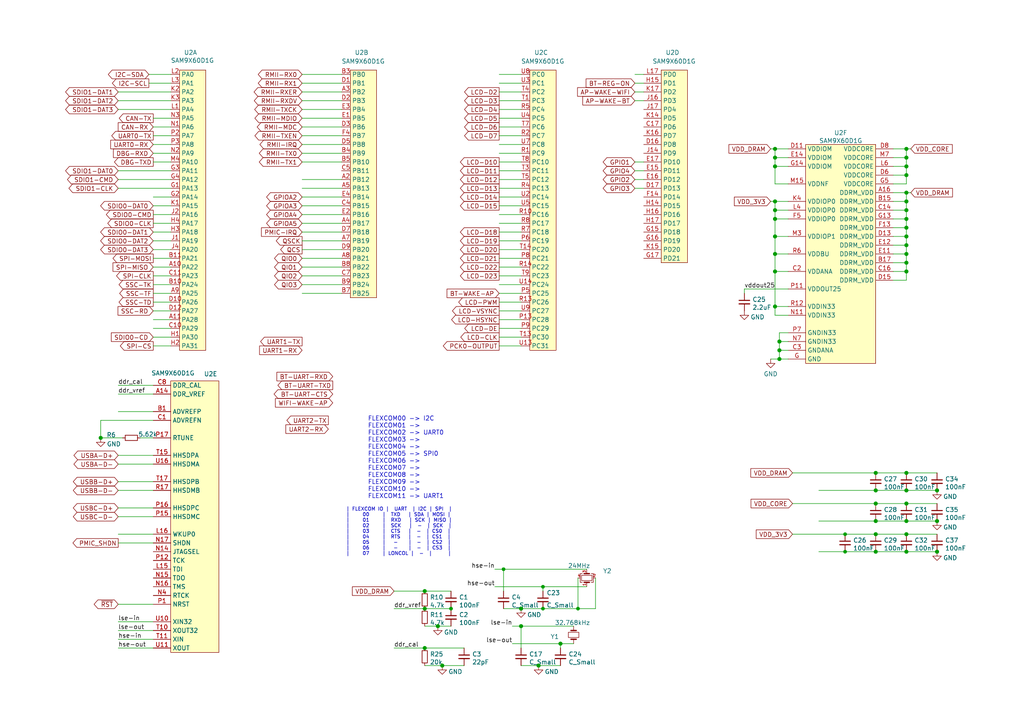
<source format=kicad_sch>
(kicad_sch (version 20250114) (generator "eeschema") (generator_version "9.0")
  (paper "A4")
  (text "| FLEXCOM IO |  UART  | I2C | SPI  |\n|     00     |  TXD   | SDA | MOSI |\n|     01     |  RXD   | SCK | MISO |\n|     02     |  SCK   |  -  | SCK  |\n|     03     |  CTS   |  -  | CS0  |\n|     04     |  RTS   |  -  | CS1  |\n|     05     |   -    |  -  | CS2  |\n|     06     |   -    |  -  | CS3  |\n|     07     | LONCOL |  -  |      |" (at 100.33 161.29 0) (effects (font (size 1 1)) (justify left bottom)))
  (text "FLEXCOM00 -> I2C\nFLEXCOM01 -> \nFLEXCOM02 -> UART0\nFLEXCOM03 -> \nFLEXCOM04 -> \nFLEXCOM05 -> SPI0\nFLEXCOM06 -> \nFLEXCOM07 -> \nFLEXCOM08 -> \nFLEXCOM09 -> \nFLEXCOM10 -> \nFLEXCOM11 -> UART1" (at 106.68 144.78 0) (effects (font (size 1.27 1.27)) (justify left bottom)))
  (junction (at 127 181.61) (diameter 1.016))
  (junction (at 262.89 50.8) (diameter 1.016))
  (junction (at 146.05 165.1))
  (junction (at 262.89 151.13) (diameter 1.016))
  (junction (at 157.48 176.53))
  (junction (at 226.06 99.06) (diameter 1.016))
  (junction (at 262.89 66.04) (diameter 1.016))
  (junction (at 226.06 101.6) (diameter 1.016))
  (junction (at 262.89 142.24) (diameter 1.016))
  (junction (at 128.27 193.04) (diameter 1.016))
  (junction (at 245.11 160.02))
  (junction (at 224.79 45.72) (diameter 1.016))
  (junction (at 262.89 60.96) (diameter 1.016))
  (junction (at 224.79 48.26) (diameter 1.016))
  (junction (at 123.19 187.96) (diameter 1.016))
  (junction (at 262.89 78.74) (diameter 1.016))
  (junction (at 224.79 78.74) (diameter 1.016))
  (junction (at 262.89 160.02) (diameter 1.016))
  (junction (at 262.89 73.66) (diameter 1.016))
  (junction (at 157.48 170.18))
  (junction (at 224.79 60.96) (diameter 1.016))
  (junction (at 262.89 55.88) (diameter 1.016))
  (junction (at 254 151.13) (diameter 1.016))
  (junction (at 156.21 193.04) (diameter 1.016))
  (junction (at 262.89 43.18) (diameter 1.016))
  (junction (at 151.13 181.61) (diameter 1.016))
  (junction (at 262.89 63.5) (diameter 1.016))
  (junction (at 262.89 71.12) (diameter 1.016))
  (junction (at 254 137.16) (diameter 1.016))
  (junction (at 151.13 176.53) (diameter 1.016))
  (junction (at 262.89 45.72) (diameter 1.016))
  (junction (at 271.78 160.02) (diameter 1.016))
  (junction (at 262.89 76.2) (diameter 1.016))
  (junction (at 130.81 176.53))
  (junction (at 245.11 154.94))
  (junction (at 226.06 104.14) (diameter 1.016))
  (junction (at 254 146.05) (diameter 1.016))
  (junction (at 224.79 43.18) (diameter 1.016))
  (junction (at 224.79 88.9) (diameter 1.016))
  (junction (at 262.89 58.42) (diameter 1.016))
  (junction (at 254 154.94) (diameter 1.016))
  (junction (at 123.19 176.53) (diameter 1.016))
  (junction (at 271.78 142.24) (diameter 1.016))
  (junction (at 167.64 176.53))
  (junction (at 262.89 68.58) (diameter 1.016))
  (junction (at 162.56 186.69) (diameter 1.016))
  (junction (at 271.78 151.13) (diameter 1.016))
  (junction (at 254 160.02) (diameter 1.016))
  (junction (at 29.21 127) (diameter 1.016))
  (junction (at 262.89 48.26) (diameter 1.016))
  (junction (at 224.79 58.42) (diameter 1.016))
  (junction (at 254 142.24) (diameter 1.016))
  (junction (at 224.79 63.5) (diameter 1.016))
  (junction (at 123.19 171.45) (diameter 1.016))
  (junction (at 224.79 68.58) (diameter 1.016))
  (junction (at 262.89 146.05) (diameter 1.016))
  (junction (at 262.89 137.16) (diameter 1.016))
  (junction (at 262.89 154.94) (diameter 1.016))
  (junction (at 224.79 73.66) (diameter 1.016))
  (wire (pts (xy 259.08 71.12) (xy 262.89 71.12)))
  (wire (pts (xy 237.49 160.02) (xy 245.11 160.02)))
  (wire (pts (xy 224.79 63.5) (xy 224.79 60.96)))
  (wire (pts (xy 144.78 100.33) (xy 151.13 100.33)))
  (wire (pts (xy 254 146.05) (xy 262.89 146.05)))
  (wire (pts (xy 262.89 76.2) (xy 262.89 78.74)))
  (wire (pts (xy 224.79 73.66) (xy 224.79 68.58)))
  (wire (pts (xy 184.15 21.59) (xy 186.69 21.59)))
  (wire (pts (xy 87.63 82.55) (xy 99.06 82.55)))
  (wire (pts (xy 228.6 68.58) (xy 224.79 68.58)))
  (wire (pts (xy 184.15 54.61) (xy 186.69 54.61)))
  (wire (pts (xy 224.79 73.66) (xy 228.6 73.66)))
  (wire (pts (xy 262.89 160.02) (xy 271.78 160.02)))
  (wire (pts (xy 44.45 67.31) (xy 49.53 67.31)))
  (wire (pts (xy 259.08 50.8) (xy 262.89 50.8)))
  (wire (pts (xy 262.89 146.05) (xy 271.78 146.05)))
  (wire (pts (xy 34.29 147.32) (xy 44.45 147.32)))
  (wire (pts (xy 259.08 66.04) (xy 262.89 66.04)))
  (wire (pts (xy 226.06 99.06) (xy 226.06 101.6)))
  (wire (pts (xy 228.6 88.9) (xy 224.79 88.9)))
  (wire (pts (xy 87.63 67.31) (xy 99.06 67.31)))
  (wire (pts (xy 228.6 63.5) (xy 224.79 63.5)))
  (wire (pts (xy 262.89 55.88) (xy 264.16 55.88)))
  (wire (pts (xy 44.45 36.83) (xy 49.53 36.83)))
  (wire (pts (xy 228.6 78.74) (xy 224.79 78.74)))
  (wire (pts (xy 259.08 73.66) (xy 262.89 73.66)))
  (wire (pts (xy 229.87 146.05) (xy 254 146.05)))
  (wire (pts (xy 262.89 142.24) (xy 271.78 142.24)))
  (wire (pts (xy 215.9 83.82) (xy 228.6 83.82)))
  (wire (pts (xy 184.15 46.99) (xy 186.69 46.99)))
  (wire (pts (xy 44.45 46.99) (xy 49.53 46.99)))
  (wire (pts (xy 224.79 91.44) (xy 228.6 91.44)))
  (wire (pts (xy 144.78 72.39) (xy 151.13 72.39)))
  (wire (pts (xy 226.06 101.6) (xy 228.6 101.6)))
  (wire (pts (xy 87.63 69.85) (xy 99.06 69.85)))
  (wire (pts (xy 34.29 52.07) (xy 49.53 52.07)))
  (wire (pts (xy 172.72 167.64) (xy 172.72 176.53)))
  (wire (pts (xy 229.87 154.94) (xy 245.11 154.94)))
  (wire (pts (xy 148.59 186.69) (xy 162.56 186.69)))
  (wire (pts (xy 162.56 186.69) (xy 162.56 187.96)))
  (wire (pts (xy 262.89 45.72) (xy 262.89 48.26)))
  (wire (pts (xy 237.49 142.24) (xy 254 142.24)))
  (wire (pts (xy 29.21 121.92) (xy 29.21 127)))
  (wire (pts (xy 262.89 71.12) (xy 262.89 73.66)))
  (wire (pts (xy 144.78 85.09) (xy 151.13 85.09)))
  (wire (pts (xy 245.11 154.94) (xy 254 154.94)))
  (wire (pts (xy 144.78 74.93) (xy 151.13 74.93)))
  (wire (pts (xy 262.89 151.13) (xy 271.78 151.13)))
  (wire (pts (xy 114.3 176.53) (xy 123.19 176.53)))
  (wire (pts (xy 254 160.02) (xy 262.89 160.02)))
  (wire (pts (xy 144.78 39.37) (xy 151.13 39.37)))
  (wire (pts (xy 44.45 59.69) (xy 49.53 59.69)))
  (wire (pts (xy 34.29 157.48) (xy 44.45 157.48)))
  (wire (pts (xy 228.6 43.18) (xy 224.79 43.18)))
  (wire (pts (xy 40.64 127) (xy 44.45 127)))
  (wire (pts (xy 87.63 54.61) (xy 99.06 54.61)))
  (wire (pts (xy 44.45 87.63) (xy 49.53 87.63)))
  (wire (pts (xy 44.45 92.71) (xy 49.53 92.71)))
  (wire (pts (xy 224.79 45.72) (xy 228.6 45.72)))
  (wire (pts (xy 262.89 43.18) (xy 262.89 45.72)))
  (wire (pts (xy 259.08 43.18) (xy 262.89 43.18)))
  (wire (pts (xy 34.29 26.67) (xy 49.53 26.67)))
  (wire (pts (xy 229.87 137.16) (xy 254 137.16)))
  (wire (pts (xy 123.19 193.04) (xy 128.27 193.04)))
  (wire (pts (xy 87.63 74.93) (xy 99.06 74.93)))
  (wire (pts (xy 87.63 21.59) (xy 99.06 21.59)))
  (wire (pts (xy 44.45 57.15) (xy 49.53 57.15)))
  (wire (pts (xy 262.89 43.18) (xy 264.16 43.18)))
  (wire (pts (xy 123.19 187.96) (xy 134.62 187.96)))
  (wire (pts (xy 43.18 21.59) (xy 49.53 21.59)))
  (wire (pts (xy 144.78 59.69) (xy 151.13 59.69)))
  (wire (pts (xy 34.29 119.38) (xy 44.45 119.38)))
  (wire (pts (xy 226.06 99.06) (xy 228.6 99.06)))
  (wire (pts (xy 144.78 26.67) (xy 151.13 26.67)))
  (wire (pts (xy 259.08 68.58) (xy 262.89 68.58)))
  (wire (pts (xy 34.29 111.76) (xy 44.45 111.76)))
  (wire (pts (xy 44.45 44.45) (xy 49.53 44.45)))
  (wire (pts (xy 144.78 46.99) (xy 151.13 46.99)))
  (wire (pts (xy 226.06 104.14) (xy 228.6 104.14)))
  (wire (pts (xy 44.45 74.93) (xy 49.53 74.93)))
  (wire (pts (xy 156.21 193.04) (xy 162.56 193.04)))
  (wire (pts (xy 226.06 96.52) (xy 226.06 99.06)))
  (wire (pts (xy 223.52 104.14) (xy 226.06 104.14)))
  (wire (pts (xy 34.29 185.42) (xy 44.45 185.42)))
  (wire (pts (xy 34.29 175.26) (xy 44.45 175.26)))
  (wire (pts (xy 224.79 53.34) (xy 224.79 48.26)))
  (wire (pts (xy 144.78 44.45) (xy 151.13 44.45)))
  (wire (pts (xy 146.05 176.53) (xy 151.13 176.53)))
  (wire (pts (xy 254 142.24) (xy 262.89 142.24)))
  (wire (pts (xy 34.29 180.34) (xy 44.45 180.34)))
  (wire (pts (xy 262.89 63.5) (xy 262.89 66.04)))
  (wire (pts (xy 259.08 60.96) (xy 262.89 60.96)))
  (wire (pts (xy 87.63 31.75) (xy 99.06 31.75)))
  (wire (pts (xy 262.89 58.42) (xy 262.89 60.96)))
  (wire (pts (xy 144.78 34.29) (xy 151.13 34.29)))
  (wire (pts (xy 151.13 181.61) (xy 166.37 181.61)))
  (wire (pts (xy 151.13 181.61) (xy 151.13 187.96)))
  (wire (pts (xy 224.79 58.42) (xy 224.79 60.96)))
  (wire (pts (xy 144.78 54.61) (xy 151.13 54.61)))
  (wire (pts (xy 144.78 92.71) (xy 151.13 92.71)))
  (wire (pts (xy 262.89 50.8) (xy 262.89 53.34)))
  (wire (pts (xy 44.45 39.37) (xy 49.53 39.37)))
  (wire (pts (xy 143.51 170.18) (xy 157.48 170.18)))
  (wire (pts (xy 259.08 58.42) (xy 262.89 58.42)))
  (wire (pts (xy 144.78 29.21) (xy 151.13 29.21)))
  (wire (pts (xy 144.78 57.15) (xy 151.13 57.15)))
  (wire (pts (xy 34.29 187.96) (xy 44.45 187.96)))
  (wire (pts (xy 34.29 31.75) (xy 49.53 31.75)))
  (wire (pts (xy 87.63 39.37) (xy 99.06 39.37)))
  (wire (pts (xy 184.15 52.07) (xy 186.69 52.07)))
  (wire (pts (xy 144.78 49.53) (xy 151.13 49.53)))
  (wire (pts (xy 144.78 77.47) (xy 151.13 77.47)))
  (wire (pts (xy 123.19 171.45) (xy 130.81 171.45)))
  (wire (pts (xy 123.19 181.61) (xy 127 181.61)))
  (wire (pts (xy 127 181.61) (xy 130.81 181.61)))
  (wire (pts (xy 87.63 77.47) (xy 99.06 77.47)))
  (wire (pts (xy 228.6 96.52) (xy 226.06 96.52)))
  (wire (pts (xy 224.79 68.58) (xy 224.79 63.5)))
  (wire (pts (xy 144.78 80.01) (xy 151.13 80.01)))
  (wire (pts (xy 262.89 154.94) (xy 271.78 154.94)))
  (wire (pts (xy 87.63 29.21) (xy 99.06 29.21)))
  (wire (pts (xy 262.89 137.16) (xy 271.78 137.16)))
  (wire (pts (xy 144.78 24.13) (xy 151.13 24.13)))
  (wire (pts (xy 262.89 66.04) (xy 262.89 68.58)))
  (wire (pts (xy 87.63 72.39) (xy 99.06 72.39)))
  (wire (pts (xy 148.59 181.61) (xy 151.13 181.61)))
  (wire (pts (xy 245.11 160.02) (xy 254 160.02)))
  (wire (pts (xy 29.21 121.92) (xy 44.45 121.92)))
  (wire (pts (xy 44.45 41.91) (xy 49.53 41.91)))
  (wire (pts (xy 262.89 68.58) (xy 262.89 71.12)))
  (wire (pts (xy 143.51 165.1) (xy 146.05 165.1)))
  (wire (pts (xy 87.63 52.07) (xy 99.06 52.07)))
  (wire (pts (xy 226.06 101.6) (xy 226.06 104.14)))
  (wire (pts (xy 144.78 87.63) (xy 151.13 87.63)))
  (wire (pts (xy 144.78 21.59) (xy 151.13 21.59)))
  (wire (pts (xy 262.89 73.66) (xy 262.89 76.2)))
  (wire (pts (xy 43.18 24.13) (xy 49.53 24.13)))
  (wire (pts (xy 162.56 186.69) (xy 166.37 186.69)))
  (wire (pts (xy 184.15 26.67) (xy 186.69 26.67)))
  (wire (pts (xy 262.89 78.74) (xy 262.89 81.28)))
  (wire (pts (xy 44.45 90.17) (xy 49.53 90.17)))
  (wire (pts (xy 44.45 62.23) (xy 49.53 62.23)))
  (wire (pts (xy 144.78 36.83) (xy 151.13 36.83)))
  (wire (pts (xy 29.21 127) (xy 35.56 127)))
  (wire (pts (xy 34.29 154.94) (xy 44.45 154.94)))
  (wire (pts (xy 34.29 139.7) (xy 44.45 139.7)))
  (wire (pts (xy 157.48 170.18) (xy 170.18 170.18)))
  (wire (pts (xy 224.79 48.26) (xy 228.6 48.26)))
  (wire (pts (xy 87.63 57.15) (xy 99.06 57.15)))
  (wire (pts (xy 254 151.13) (xy 262.89 151.13)))
  (wire (pts (xy 224.79 88.9) (xy 224.79 91.44)))
  (wire (pts (xy 87.63 41.91) (xy 99.06 41.91)))
  (wire (pts (xy 262.89 60.96) (xy 262.89 63.5)))
  (wire (pts (xy 259.08 81.28) (xy 262.89 81.28)))
  (wire (pts (xy 44.45 82.55) (xy 49.53 82.55)))
  (wire (pts (xy 87.63 26.67) (xy 99.06 26.67)))
  (wire (pts (xy 128.27 193.04) (xy 134.62 193.04)))
  (wire (pts (xy 87.63 24.13) (xy 99.06 24.13)))
  (wire (pts (xy 259.08 76.2) (xy 262.89 76.2)))
  (wire (pts (xy 114.3 187.96) (xy 123.19 187.96)))
  (wire (pts (xy 144.78 69.85) (xy 151.13 69.85)))
  (wire (pts (xy 262.89 53.34) (xy 259.08 53.34)))
  (wire (pts (xy 184.15 24.13) (xy 186.69 24.13)))
  (wire (pts (xy 44.45 80.01) (xy 49.53 80.01)))
  (wire (pts (xy 44.45 69.85) (xy 49.53 69.85)))
  (wire (pts (xy 34.29 182.88) (xy 44.45 182.88)))
  (wire (pts (xy 224.79 78.74) (xy 224.79 88.9)))
  (wire (pts (xy 87.63 64.77) (xy 99.06 64.77)))
  (wire (pts (xy 87.63 80.01) (xy 99.06 80.01)))
  (wire (pts (xy 144.78 41.91) (xy 151.13 41.91)))
  (wire (pts (xy 224.79 45.72) (xy 224.79 48.26)))
  (wire (pts (xy 144.78 67.31) (xy 151.13 67.31)))
  (wire (pts (xy 87.63 34.29) (xy 99.06 34.29)))
  (wire (pts (xy 144.78 62.23) (xy 151.13 62.23)))
  (wire (pts (xy 114.3 171.45) (xy 123.19 171.45)))
  (wire (pts (xy 87.63 44.45) (xy 99.06 44.45)))
  (wire (pts (xy 157.48 170.18) (xy 157.48 171.45)))
  (wire (pts (xy 259.08 63.5) (xy 262.89 63.5)))
  (wire (pts (xy 34.29 134.62) (xy 44.45 134.62)))
  (wire (pts (xy 144.78 31.75) (xy 151.13 31.75)))
  (wire (pts (xy 34.29 132.08) (xy 44.45 132.08)))
  (wire (pts (xy 87.63 46.99) (xy 99.06 46.99)))
  (wire (pts (xy 224.79 60.96) (xy 228.6 60.96)))
  (wire (pts (xy 34.29 54.61) (xy 49.53 54.61)))
  (wire (pts (xy 144.78 82.55) (xy 151.13 82.55)))
  (wire (pts (xy 223.52 43.18) (xy 224.79 43.18)))
  (wire (pts (xy 44.45 100.33) (xy 49.53 100.33)))
  (wire (pts (xy 223.52 58.42) (xy 224.79 58.42)))
  (wire (pts (xy 87.63 59.69) (xy 99.06 59.69)))
  (wire (pts (xy 44.45 34.29) (xy 49.53 34.29)))
  (wire (pts (xy 44.45 77.47) (xy 49.53 77.47)))
  (wire (pts (xy 144.78 90.17) (xy 151.13 90.17)))
  (wire (pts (xy 144.78 64.77) (xy 151.13 64.77)))
  (wire (pts (xy 144.78 95.25) (xy 151.13 95.25)))
  (wire (pts (xy 254 154.94) (xy 262.89 154.94)))
  (wire (pts (xy 151.13 176.53) (xy 157.48 176.53)))
  (wire (pts (xy 151.13 193.04) (xy 156.21 193.04)))
  (wire (pts (xy 44.45 85.09) (xy 49.53 85.09)))
  (wire (pts (xy 34.29 29.21) (xy 49.53 29.21)))
  (wire (pts (xy 144.78 97.79) (xy 151.13 97.79)))
  (wire (pts (xy 87.63 85.09) (xy 99.06 85.09)))
  (wire (pts (xy 123.19 176.53) (xy 130.81 176.53)))
  (wire (pts (xy 259.08 45.72) (xy 262.89 45.72)))
  (wire (pts (xy 184.15 49.53) (xy 186.69 49.53)))
  (wire (pts (xy 224.79 78.74) (xy 224.79 73.66)))
  (wire (pts (xy 254 137.16) (xy 262.89 137.16)))
  (wire (pts (xy 34.29 49.53) (xy 49.53 49.53)))
  (wire (pts (xy 44.45 97.79) (xy 49.53 97.79)))
  (wire (pts (xy 34.29 142.24) (xy 44.45 142.24)))
  (wire (pts (xy 167.64 167.64) (xy 167.64 176.53)))
  (wire (pts (xy 44.45 95.25) (xy 49.53 95.25)))
  (wire (pts (xy 259.08 78.74) (xy 262.89 78.74)))
  (wire (pts (xy 167.64 176.53) (xy 157.48 176.53)))
  (wire (pts (xy 224.79 43.18) (xy 224.79 45.72)))
  (wire (pts (xy 34.29 149.86) (xy 44.45 149.86)))
  (wire (pts (xy 215.9 85.09) (xy 215.9 83.82)))
  (wire (pts (xy 144.78 52.07) (xy 151.13 52.07)))
  (wire (pts (xy 34.29 114.3) (xy 44.45 114.3)))
  (wire (pts (xy 146.05 165.1) (xy 146.05 171.45)))
  (wire (pts (xy 262.89 55.88) (xy 262.89 58.42)))
  (wire (pts (xy 259.08 55.88) (xy 262.89 55.88)))
  (wire (pts (xy 237.49 151.13) (xy 254 151.13)))
  (wire (pts (xy 262.89 48.26) (xy 262.89 50.8)))
  (wire (pts (xy 228.6 53.34) (xy 224.79 53.34)))
  (wire (pts (xy 228.6 58.42) (xy 224.79 58.42)))
  (wire (pts (xy 184.15 29.21) (xy 186.69 29.21)))
  (wire (pts (xy 44.45 72.39) (xy 49.53 72.39)))
  (wire (pts (xy 44.45 64.77) (xy 49.53 64.77)))
  (wire (pts (xy 87.63 62.23) (xy 99.06 62.23)))
  (wire (pts (xy 146.05 165.1) (xy 170.18 165.1)))
  (wire (pts (xy 172.72 176.53) (xy 167.64 176.53)))
  (wire (pts (xy 87.63 36.83) (xy 99.06 36.83)))
  (wire (pts (xy 259.08 48.26) (xy 262.89 48.26)))
  (label "hse-in" (at 34.29 185.42 0))
  (label "lse-out" (at 148.59 186.69 180))
  (label "ddr_cal" (at 34.29 111.76 0))
  (label "vddout25" (at 215.9 83.82 0))
  (label "hse-in" (at 143.51 165.1 180))
  (label "ddr_cal" (at 114.3 187.96 0))
  (label "ddr_vref" (at 114.3 176.53 0))
  (label "lse-out" (at 34.29 182.88 0))
  (label "ddr_vref" (at 34.29 114.3 0))
  (label "hse-out" (at 143.51 170.18 180))
  (label "lse-in" (at 34.29 180.34 0))
  (label "hse-out" (at 34.29 187.96 0))
  (label "lse-in" (at 148.59 181.61 180))
  (global_label "USBC-D+" (shape bidirectional) (at 34.29 147.32 180) (property "Intersheetrefs" "${INTERSHEET_REFS}" (effects (hide yes))))
  (global_label "USBA-D-" (shape bidirectional) (at 34.29 134.62 180) (property "Intersheetrefs" "${INTERSHEET_REFS}" (effects (hide yes))))
  (global_label "~{RST}" (shape bidirectional) (at 34.29 175.26 180) (property "Intersheetrefs" "${INTERSHEET_REFS}" (effects (hide yes))))
  (global_label "CAN-TX" (shape output) (at 44.45 34.29 180) (property "Intersheetrefs" "${INTERSHEET_REFS}" (effects (hide yes))))
  (global_label "LCD-D22" (shape output) (at 144.78 77.47 180) (property "Intersheetrefs" "${INTERSHEET_REFS}" (effects (hide yes))))
  (global_label "LCD-D3" (shape output) (at 144.78 29.21 180) (property "Intersheetrefs" "${INTERSHEET_REFS}" (effects (hide yes))))
  (global_label "SPI-CS" (shape output) (at 44.45 100.33 180) (property "Intersheetrefs" "${INTERSHEET_REFS}" (effects (hide yes))))
  (global_label "LCD-D7" (shape output) (at 144.78 39.37 180) (property "Intersheetrefs" "${INTERSHEET_REFS}" (effects (hide yes))))
  (global_label "SDIO0-DAT2" (shape bidirectional) (at 44.45 69.85 180) (property "Intersheetrefs" "${INTERSHEET_REFS}" (effects (hide yes))))
  (global_label "RMII-TX1" (shape bidirectional) (at 87.63 46.99 180) (property "Intersheetrefs" "${INTERSHEET_REFS}" (effects (hide yes))))
  (global_label "SDIO0-CD" (shape input) (at 44.45 97.79 180) (property "Intersheetrefs" "${INTERSHEET_REFS}" (effects (hide yes))))
  (global_label "GPIO1" (shape bidirectional) (at 184.15 46.99 180) (property "Intersheetrefs" "${INTERSHEET_REFS}" (effects (hide yes))))
  (global_label "LCD-D23" (shape output) (at 144.78 80.01 180) (property "Intersheetrefs" "${INTERSHEET_REFS}" (effects (hide yes))))
  (global_label "LCD-D2" (shape output) (at 144.78 26.67 180) (property "Intersheetrefs" "${INTERSHEET_REFS}" (effects (hide yes))))
  (global_label "QIO0" (shape bidirectional) (at 87.63 74.93 180) (property "Intersheetrefs" "${INTERSHEET_REFS}" (effects (hide yes))))
  (global_label "USBA-D+" (shape bidirectional) (at 34.29 132.08 180) (property "Intersheetrefs" "${INTERSHEET_REFS}" (effects (hide yes))))
  (global_label "VDD_CORE" (shape input) (at 264.16 43.18 0) (property "Intersheetrefs" "${INTERSHEET_REFS}" (effects (hide yes))))
  (global_label "LCD-HSYNC" (shape output) (at 144.78 92.71 180) (property "Intersheetrefs" "${INTERSHEET_REFS}" (effects (hide yes))))
  (global_label "SDIO0-DAT0" (shape bidirectional) (at 44.45 59.69 180) (property "Intersheetrefs" "${INTERSHEET_REFS}" (effects (hide yes))))
  (global_label "LCD-PWM" (shape output) (at 144.78 87.63 180) (property "Intersheetrefs" "${INTERSHEET_REFS}" (effects (hide yes))))
  (global_label "SPI-MISO" (shape input) (at 44.45 77.47 180) (property "Intersheetrefs" "${INTERSHEET_REFS}" (effects (hide yes))))
  (global_label "GPIO3" (shape bidirectional) (at 184.15 54.61 180) (property "Intersheetrefs" "${INTERSHEET_REFS}" (effects (hide yes))))
  (global_label "QSCK" (shape output) (at 87.63 69.85 180) (property "Intersheetrefs" "${INTERSHEET_REFS}" (effects (hide yes))))
  (global_label "LCD-DE" (shape output) (at 144.78 95.25 180) (property "Intersheetrefs" "${INTERSHEET_REFS}" (effects (hide yes))))
  (global_label "GPIOA3" (shape bidirectional) (at 87.63 59.69 180) (property "Intersheetrefs" "${INTERSHEET_REFS}" (effects (hide yes))))
  (global_label "RMII-TXCK" (shape bidirectional) (at 87.63 31.75 180) (property "Intersheetrefs" "${INTERSHEET_REFS}" (effects (hide yes))))
  (global_label "SDIO1-CLK" (shape bidirectional) (at 34.29 54.61 180) (property "Intersheetrefs" "${INTERSHEET_REFS}" (effects (hide yes))))
  (global_label "QCS" (shape output) (at 87.63 72.39 180) (property "Intersheetrefs" "${INTERSHEET_REFS}" (effects (hide yes))))
  (global_label "UART2-RX" (shape input) (at 95.25 124.46 180) (property "Intersheetrefs" "${INTERSHEET_REFS}" (effects (hide yes))))
  (global_label "AP-WAKE-WIFI" (shape input) (at 184.15 26.67 180) (property "Intersheetrefs" "${INTERSHEET_REFS}" (effects (hide yes))))
  (global_label "SDIO1-DAT2" (shape bidirectional) (at 34.29 29.21 180) (property "Intersheetrefs" "${INTERSHEET_REFS}" (effects (hide yes))))
  (global_label "SDIO1-CMD" (shape bidirectional) (at 34.29 52.07 180) (property "Intersheetrefs" "${INTERSHEET_REFS}" (effects (hide yes))))
  (global_label "I2C-SCL" (shape output) (at 43.18 24.13 180) (property "Intersheetrefs" "${INTERSHEET_REFS}" (effects (hide yes))))
  (global_label "RMII-MDC" (shape bidirectional) (at 87.63 36.83 180) (property "Intersheetrefs" "${INTERSHEET_REFS}" (effects (hide yes))))
  (global_label "LCD-CLK" (shape output) (at 144.78 97.79 180) (property "Intersheetrefs" "${INTERSHEET_REFS}" (effects (hide yes))))
  (global_label "SPI-CLK" (shape output) (at 44.45 80.01 180) (property "Intersheetrefs" "${INTERSHEET_REFS}" (effects (hide yes))))
  (global_label "GPIO2" (shape bidirectional) (at 184.15 52.07 180) (property "Intersheetrefs" "${INTERSHEET_REFS}" (effects (hide yes))))
  (global_label "BT-REG-ON" (shape input) (at 184.15 24.13 180) (property "Intersheetrefs" "${INTERSHEET_REFS}" (effects (hide yes))))
  (global_label "SDIO0-CLK" (shape output) (at 44.45 64.77 180) (property "Intersheetrefs" "${INTERSHEET_REFS}" (effects (hide yes))))
  (global_label "LCD-D14" (shape output) (at 144.78 57.15 180) (property "Intersheetrefs" "${INTERSHEET_REFS}" (effects (hide yes))))
  (global_label "RMII-TXEN" (shape bidirectional) (at 87.63 39.37 180) (property "Intersheetrefs" "${INTERSHEET_REFS}" (effects (hide yes))))
  (global_label "VDD_3V3" (shape input) (at 229.87 154.94 180) (property "Intersheetrefs" "${INTERSHEET_REFS}" (effects (hide yes))))
  (global_label "DBG-RXD" (shape input) (at 44.45 44.45 180) (property "Intersheetrefs" "${INTERSHEET_REFS}" (effects (hide yes))))
  (global_label "VDD_3V3" (shape input) (at 223.52 58.42 180) (property "Intersheetrefs" "${INTERSHEET_REFS}" (effects (hide yes))))
  (global_label "SDIO0-DAT1" (shape bidirectional) (at 44.45 67.31 180) (property "Intersheetrefs" "${INTERSHEET_REFS}" (effects (hide yes))))
  (global_label "BT-UART-CTS" (shape bidirectional) (at 96.52 114.3 180) (property "Intersheetrefs" "${INTERSHEET_REFS}" (effects (hide yes))))
  (global_label "RMII-IRQ" (shape bidirectional) (at 87.63 41.91 180) (property "Intersheetrefs" "${INTERSHEET_REFS}" (effects (hide yes))))
  (global_label "RMII-RXDV" (shape bidirectional) (at 87.63 29.21 180) (property "Intersheetrefs" "${INTERSHEET_REFS}" (effects (hide yes))))
  (global_label "LCD-D21" (shape output) (at 144.78 74.93 180) (property "Intersheetrefs" "${INTERSHEET_REFS}" (effects (hide yes))))
  (global_label "VDD_DRAM" (shape input) (at 223.52 43.18 180) (property "Intersheetrefs" "${INTERSHEET_REFS}" (effects (hide yes))))
  (global_label "GPIOA5" (shape bidirectional) (at 87.63 64.77 180) (property "Intersheetrefs" "${INTERSHEET_REFS}" (effects (hide yes))))
  (global_label "LCD-D10" (shape output) (at 144.78 46.99 180) (property "Intersheetrefs" "${INTERSHEET_REFS}" (effects (hide yes))))
  (global_label "VDD_DRAM" (shape input) (at 229.87 137.16 180) (property "Intersheetrefs" "${INTERSHEET_REFS}" (effects (hide yes))))
  (global_label "QIO3" (shape bidirectional) (at 87.63 82.55 180) (property "Intersheetrefs" "${INTERSHEET_REFS}" (effects (hide yes))))
  (global_label "PCK0-OUTPUT" (shape output) (at 144.78 100.33 180) (property "Intersheetrefs" "${INTERSHEET_REFS}" (effects (hide yes))))
  (global_label "AP-WAKE-BT" (shape input) (at 184.15 29.21 180) (property "Intersheetrefs" "${INTERSHEET_REFS}" (effects (hide yes))))
  (global_label "UART1-RX" (shape input) (at 87.63 101.6 180) (property "Intersheetrefs" "${INTERSHEET_REFS}" (effects (hide yes))))
  (global_label "BT-UART-RXD" (shape input) (at 96.52 109.22 180) (property "Intersheetrefs" "${INTERSHEET_REFS}" (effects (hide yes))))
  (global_label "PMIC_SHDN" (shape output) (at 34.29 157.48 180) (property "Intersheetrefs" "${INTERSHEET_REFS}" (effects (hide yes))))
  (global_label "CAN-RX" (shape input) (at 44.45 36.83 180) (property "Intersheetrefs" "${INTERSHEET_REFS}" (effects (hide yes))))
  (global_label "LCD-D4" (shape output) (at 144.78 31.75 180) (property "Intersheetrefs" "${INTERSHEET_REFS}" (effects (hide yes))))
  (global_label "RMII-RX0" (shape bidirectional) (at 87.63 21.59 180) (property "Intersheetrefs" "${INTERSHEET_REFS}" (effects (hide yes))))
  (global_label "LCD-D12" (shape output) (at 144.78 52.07 180) (property "Intersheetrefs" "${INTERSHEET_REFS}" (effects (hide yes))))
  (global_label "UART0-RX" (shape input) (at 44.45 41.91 180) (property "Intersheetrefs" "${INTERSHEET_REFS}" (effects (hide yes))))
  (global_label "QIO1" (shape bidirectional) (at 87.63 77.47 180) (property "Intersheetrefs" "${INTERSHEET_REFS}" (effects (hide yes))))
  (global_label "LCD-D15" (shape output) (at 144.78 59.69 180) (property "Intersheetrefs" "${INTERSHEET_REFS}" (effects (hide yes))))
  (global_label "LCD-D19" (shape output) (at 144.78 69.85 180) (property "Intersheetrefs" "${INTERSHEET_REFS}" (effects (hide yes))))
  (global_label "RMII-RX1" (shape bidirectional) (at 87.63 24.13 180) (property "Intersheetrefs" "${INTERSHEET_REFS}" (effects (hide yes))))
  (global_label "VDD_DRAM" (shape input) (at 114.3 171.45 180) (property "Intersheetrefs" "${INTERSHEET_REFS}" (effects (hide yes))))
  (global_label "LCD-D18" (shape output) (at 144.78 67.31 180) (property "Intersheetrefs" "${INTERSHEET_REFS}" (effects (hide yes))))
  (global_label "SPI-MOSI" (shape output) (at 44.45 74.93 180) (property "Intersheetrefs" "${INTERSHEET_REFS}" (effects (hide yes))))
  (global_label "LCD-VSYNC" (shape output) (at 144.78 90.17 180) (property "Intersheetrefs" "${INTERSHEET_REFS}" (effects (hide yes))))
  (global_label "SSC-TD" (shape output) (at 44.45 87.63 180) (property "Intersheetrefs" "${INTERSHEET_REFS}" (effects (hide yes))))
  (global_label "BT-WAKE-AP" (shape input) (at 144.78 85.09 180) (property "Intersheetrefs" "${INTERSHEET_REFS}" (effects (hide yes))))
  (global_label "UART1-TX" (shape output) (at 87.63 99.06 180) (property "Intersheetrefs" "${INTERSHEET_REFS}" (effects (hide yes))))
  (global_label "RMII-MDIO" (shape bidirectional) (at 87.63 34.29 180) (property "Intersheetrefs" "${INTERSHEET_REFS}" (effects (hide yes))))
  (global_label "GPIOA2" (shape bidirectional) (at 87.63 57.15 180) (property "Intersheetrefs" "${INTERSHEET_REFS}" (effects (hide yes))))
  (global_label "SDIO0-CMD" (shape output) (at 44.45 62.23 180) (property "Intersheetrefs" "${INTERSHEET_REFS}" (effects (hide yes))))
  (global_label "SDIO1-DAT0" (shape bidirectional) (at 34.29 49.53 180) (property "Intersheetrefs" "${INTERSHEET_REFS}" (effects (hide yes))))
  (global_label "USBB-D-" (shape bidirectional) (at 34.29 142.24 180) (property "Intersheetrefs" "${INTERSHEET_REFS}" (effects (hide yes))))
  (global_label "SSC-RD" (shape input) (at 44.45 90.17 180) (property "Intersheetrefs" "${INTERSHEET_REFS}" (effects (hide yes))))
  (global_label "QIO2" (shape bidirectional) (at 87.63 80.01 180) (property "Intersheetrefs" "${INTERSHEET_REFS}" (effects (hide yes))))
  (global_label "SDIO1-DAT3" (shape bidirectional) (at 34.29 31.75 180) (property "Intersheetrefs" "${INTERSHEET_REFS}" (effects (hide yes))))
  (global_label "PMIC-IRQ" (shape input) (at 87.63 67.31 180) (property "Intersheetrefs" "${INTERSHEET_REFS}" (effects (hide yes))))
  (global_label "GPIO4" (shape bidirectional) (at 184.15 49.53 180) (property "Intersheetrefs" "${INTERSHEET_REFS}" (effects (hide yes))))
  (global_label "USBB-D+" (shape bidirectional) (at 34.29 139.7 180) (property "Intersheetrefs" "${INTERSHEET_REFS}" (effects (hide yes))))
  (global_label "VDD_CORE" (shape input) (at 229.87 146.05 180) (property "Intersheetrefs" "${INTERSHEET_REFS}" (effects (hide yes))))
  (global_label "WIFI-WAKE-AP" (shape input) (at 96.52 116.84 180) (property "Intersheetrefs" "${INTERSHEET_REFS}" (effects (hide yes))))
  (global_label "RMII-TX0" (shape bidirectional) (at 87.63 44.45 180) (property "Intersheetrefs" "${INTERSHEET_REFS}" (effects (hide yes))))
  (global_label "LCD-D20" (shape output) (at 144.78 72.39 180) (property "Intersheetrefs" "${INTERSHEET_REFS}" (effects (hide yes))))
  (global_label "BT-UART-TXD" (shape output) (at 96.52 111.76 180) (property "Intersheetrefs" "${INTERSHEET_REFS}" (effects (hide yes))))
  (global_label "LCD-D5" (shape output) (at 144.78 34.29 180) (property "Intersheetrefs" "${INTERSHEET_REFS}" (effects (hide yes))))
  (global_label "LCD-D11" (shape output) (at 144.78 49.53 180) (property "Intersheetrefs" "${INTERSHEET_REFS}" (effects (hide yes))))
  (global_label "UART0-TX" (shape output) (at 44.45 39.37 180) (property "Intersheetrefs" "${INTERSHEET_REFS}" (effects (hide yes))))
  (global_label "DBG-TXD" (shape output) (at 44.45 46.99 180) (property "Intersheetrefs" "${INTERSHEET_REFS}" (effects (hide yes))))
  (global_label "SSC-TF" (shape output) (at 44.45 85.09 180) (property "Intersheetrefs" "${INTERSHEET_REFS}" (effects (hide yes))))
  (global_label "SDIO1-DAT1" (shape bidirectional) (at 34.29 26.67 180) (property "Intersheetrefs" "${INTERSHEET_REFS}" (effects (hide yes))))
  (global_label "SSC-TK" (shape output) (at 44.45 82.55 180) (property "Intersheetrefs" "${INTERSHEET_REFS}" (effects (hide yes))))
  (global_label "LCD-D13" (shape output) (at 144.78 54.61 180) (property "Intersheetrefs" "${INTERSHEET_REFS}" (effects (hide yes))))
  (global_label "SDIO0-DAT3" (shape bidirectional) (at 44.45 72.39 180) (property "Intersheetrefs" "${INTERSHEET_REFS}" (effects (hide yes))))
  (global_label "USBC-D-" (shape bidirectional) (at 34.29 149.86 180) (property "Intersheetrefs" "${INTERSHEET_REFS}" (effects (hide yes))))
  (global_label "LCD-D6" (shape output) (at 144.78 36.83 180) (property "Intersheetrefs" "${INTERSHEET_REFS}" (effects (hide yes))))
  (global_label "GPIOA4" (shape bidirectional) (at 87.63 62.23 180) (property "Intersheetrefs" "${INTERSHEET_REFS}" (effects (hide yes))))
  (global_label "RMII-RXER" (shape bidirectional) (at 87.63 26.67 180) (property "Intersheetrefs" "${INTERSHEET_REFS}" (effects (hide yes))))
  (global_label "VDD_DRAM" (shape input) (at 264.16 55.88 0) (property "Intersheetrefs" "${INTERSHEET_REFS}" (effects (hide yes))))
  (global_label "I2C-SDA" (shape bidirectional) (at 43.18 21.59 180) (property "Intersheetrefs" "${INTERSHEET_REFS}" (effects (hide yes))))
  (global_label "UART2-TX" (shape output) (at 95.25 121.92 180) (property "Intersheetrefs" "${INTERSHEET_REFS}" (effects (hide yes))))
  (symbol (lib_id "microchip:SAM9X60D1G") (at 237.49 81.28 0) (unit 6)
    (property "Reference" "U2" (at 243.84 38.5276 0))
    (property "Value" "SAM9X60D1G" (at 243.84 40.8263 0))
    (property "Footprint" "microchip:SAM9X60D1G" (effects (hide yes)))
  )
  (symbol (lib_id "Device:C_Small") (at 254 148.59 0) (unit 1)
    (property "Reference" "C28" (at 256.3242 147.8291 0) (effects (justify left)))
    (property "Value" "100nF" (at 256.3242 150.1278 0) (effects (justify left)))
    (property "Footprint" "Capacitor_SMD:C_0402_1005Metric" (effects (hide yes)))
    (property "Datasheet" "~{}" (effects (hide yes)))
  )
  (symbol (lib_id "microchip:SAM9X60D1G") (at 55.88 60.96 0) (unit 1)
    (property "Reference" "U2" (at 53.34 15.24 0) (effects (justify left)))
    (property "Value" "SAM9X60D1G" (at 49.53 17.5387 0) (effects (justify left)))
    (property "Footprint" "microchip:SAM9X60D1G" (effects (hide yes)))
  )
  (symbol (lib_id "Device:C_Small") (at 134.62 190.5 0) (unit 1)
    (property "Reference" "C3" (at 136.9442 189.7391 0) (effects (justify left)))
    (property "Value" "22pF" (at 136.9442 192.0378 0) (effects (justify left)))
    (property "Footprint" "Capacitor_SMD:C_0402_1005Metric" (effects (hide yes)))
    (property "Datasheet" "~{}" (effects (hide yes)))
  )
  (symbol (lib_id "microchip:SAM9X60D1G") (at 105.41 60.96 0) (unit 2)
    (property "Reference" "U2" (at 102.87 15.24 0) (effects (justify left)))
    (property "Value" "SAM9X60D1G" (at 99.06 17.78 0) (effects (justify left)))
    (property "Footprint" "microchip:SAM9X60D1G" (effects (hide yes)))
  )
  (symbol (lib_id "power:GND") (at 271.78 160.02 0) (unit 1)
    (property "Reference" "#PWR037" (effects (hide yes)))
    (property "Value" "GND" (at 275.59 161.8044 0))
  )
  (symbol (lib_id "power:GND") (at 271.78 151.13 0) (unit 1)
    (property "Reference" "#PWR036" (effects (hide yes)))
    (property "Value" "GND" (at 275.59 152.9144 0))
  )
  (symbol (lib_id "power:GND") (at 151.13 176.53 0) (unit 1)
    (property "Reference" "#PWR08" (effects (hide yes)))
    (property "Value" "GND" (at 154.94 178.3144 0))
  )
  (symbol (lib_id "Device:Crystal_Small") (at 166.37 184.15 90) (unit 1)
    (property "Reference" "Y1" (at 159.6391 184.6591 90) (effects (justify right)))
    (property "Value" "32.768kHz" (at 160.9091 180.6078 90) (effects (justify right)))
    (property "Footprint" "Crystal:Crystal_SMD_3215-2Pin_3.2x1.5mm" (effects (hide yes)))
    (property "Datasheet" "~{}" (effects (hide yes)))
  )
  (symbol (lib_id "Device:C_Small") (at 262.89 148.59 0) (unit 1)
    (property "Reference" "C31" (at 265.2142 147.8291 0) (effects (justify left)))
    (property "Value" "100nF" (at 265.2142 150.1278 0) (effects (justify left)))
    (property "Footprint" "Capacitor_SMD:C_0402_1005Metric" (effects (hide yes)))
    (property "Datasheet" "~{}" (effects (hide yes)))
  )
  (symbol (lib_id "Device:C_Small") (at 271.78 157.48 0) (unit 1)
    (property "Reference" "C37" (at 274.1042 156.7191 0) (effects (justify left)))
    (property "Value" "100nF" (at 274.1042 159.0178 0) (effects (justify left)))
    (property "Footprint" "Capacitor_SMD:C_0402_1005Metric" (effects (hide yes)))
    (property "Datasheet" "~{}" (effects (hide yes)))
  )
  (symbol (lib_id "Device:C_Small") (at 254 139.7 0) (unit 1)
    (property "Reference" "C27" (at 256.3242 138.9391 0) (effects (justify left)))
    (property "Value" "100nF" (at 256.3242 141.2378 0) (effects (justify left)))
    (property "Footprint" "Capacitor_SMD:C_0402_1005Metric" (effects (hide yes)))
    (property "Datasheet" "~{}" (effects (hide yes)))
  )
  (symbol (lib_id "Device:C_Small") (at 130.81 173.99 0) (unit 1)
    (property "Reference" "C1" (at 133.1342 173.2291 0) (effects (justify left)))
    (property "Value" "100nF" (at 133.1342 175.5278 0) (effects (justify left)))
    (property "Footprint" "Capacitor_SMD:C_0402_1005Metric" (effects (hide yes)))
    (property "Datasheet" "~{}" (effects (hide yes)))
  )
  (symbol (lib_id "microchip:SAM9X60D1G") (at 195.58 60.96 0) (unit 4)
    (property "Reference" "U2" (at 193.04 15.24 0) (effects (justify left)))
    (property "Value" "SAM9X60D1G" (at 189.23 17.78 0) (effects (justify left)))
    (property "Footprint" "microchip:SAM9X60D1G" (effects (hide yes)))
  )
  (symbol (lib_id "power:GND") (at 128.27 193.04 0) (unit 1)
    (property "Reference" "#PWR04" (effects (hide yes)))
    (property "Value" "GND" (at 132.08 194.8244 0))
  )
  (symbol (lib_id "Device:C_Small") (at 271.78 139.7 0) (unit 1)
    (property "Reference" "C34" (at 274.1042 138.9391 0) (effects (justify left)))
    (property "Value" "100nF" (at 274.1042 141.2378 0) (effects (justify left)))
    (property "Footprint" "Capacitor_SMD:C_0402_1005Metric" (effects (hide yes)))
    (property "Datasheet" "~{}" (effects (hide yes)))
  )
  (symbol (lib_id "microchip:SAM9X60D1G") (at 53.34 151.13 0) (unit 5)
    (property "Reference" "U2" (at 59.1313 108.4591 0) (effects (justify left)))
    (property "Value" "SAM9X60D1G" (at 43.8913 108.2178 0) (effects (justify left)))
    (property "Footprint" "microchip:SAM9X60D1G" (effects (hide yes)))
  )
  (symbol (lib_id "Device:R_Small") (at 123.19 190.5 0) (unit 1)
    (property "Reference" "R25" (at 124.6887 189.7391 0) (effects (justify left)))
    (property "Value" "20k" (at 124.6887 192.0378 0) (effects (justify left)))
    (property "Footprint" "Resistor_SMD:R_0402_1005Metric" (effects (hide yes)))
    (property "Datasheet" "~{}" (effects (hide yes)))
  )
  (symbol (lib_id "Device:C_Small") (at 245.11 157.48 0) (unit 1)
    (property "Reference" "C26" (at 247.4342 156.7191 0) (effects (justify left)))
    (property "Value" "100nF" (at 247.4342 159.0178 0) (effects (justify left)))
    (property "Footprint" "Capacitor_SMD:C_0402_1005Metric" (effects (hide yes)))
    (property "Datasheet" "~{}" (effects (hide yes)))
  )
  (symbol (lib_id "Device:R_Small") (at 123.19 173.99 0) (unit 1)
    (property "Reference" "R10" (at 124.6887 173.2291 0) (effects (justify left)))
    (property "Value" "4.7k" (at 124.6887 175.5278 0) (effects (justify left)))
    (property "Footprint" "Resistor_SMD:R_0402_1005Metric" (effects (hide yes)))
    (property "Datasheet" "~{}" (effects (hide yes)))
  )
  (symbol (lib_id "Device:Crystal_GND24_Small") (at 170.18 167.64 90) (unit 1)
    (property "Reference" "Y2" (at 174.8791 165.6091 90) (effects (justify right)))
    (property "Value" "24MHz" (at 164.7191 164.0978 90) (effects (justify right)))
    (property "Footprint" "Crystal:Crystal_SMD_3225-4Pin_3.2x2.5mm" (effects (hide yes)))
  )
  (symbol (lib_id "Device:C_Small") (at 254 157.48 0) (unit 1)
    (property "Reference" "C29" (at 256.3242 156.7191 0) (effects (justify left)))
    (property "Value" "100nF" (at 256.3242 159.0178 0) (effects (justify left)))
    (property "Footprint" "Capacitor_SMD:C_0402_1005Metric" (effects (hide yes)))
    (property "Datasheet" "~{}" (effects (hide yes)))
  )
  (symbol (lib_id "Device:C_Small") (at 271.78 148.59 0) (unit 1)
    (property "Reference" "C35" (at 274.1042 147.8291 0) (effects (justify left)))
    (property "Value" "100nF" (at 274.1042 150.1278 0) (effects (justify left)))
    (property "Footprint" "Capacitor_SMD:C_0402_1005Metric" (effects (hide yes)))
    (property "Datasheet" "~{}" (effects (hide yes)))
  )
  (symbol (lib_id "Device:C_Small") (at 151.13 190.5 0) (unit 1)
    (property "Reference" "C17" (at 153.4542 189.7391 0) (effects (justify left)))
    (property "Value" "C_Small" (at 153.4542 192.0378 0) (effects (justify left)))
    (property "Footprint" "Capacitor_SMD:C_0402_1005Metric" (effects (hide yes)))
    (property "Datasheet" "~{}" (effects (hide yes)))
  )
  (symbol (lib_id "power:GND") (at 223.52 104.14 0) (unit 1)
    (property "Reference" "#PWR034" (effects (hide yes)))
    (property "Value" "GND" (at 223.52 108.4644 0))
  )
  (symbol (lib_id "Device:R_Small") (at 123.19 179.07 0) (unit 1)
    (property "Reference" "R11" (at 124.6887 178.3091 0) (effects (justify left)))
    (property "Value" "4.7k" (at 124.6887 180.6078 0) (effects (justify left)))
    (property "Footprint" "Resistor_SMD:R_0402_1005Metric" (effects (hide yes)))
    (property "Datasheet" "~{}" (effects (hide yes)))
  )
  (symbol (lib_id "Device:C_Small") (at 157.48 173.99 0) (unit 1)
    (property "Reference" "C23" (at 158.5342 171.9591 0) (effects (justify left)))
    (property "Value" "C_Small" (at 158.5342 175.5278 0) (effects (justify left)))
    (property "Footprint" "Capacitor_SMD:C_0402_1005Metric" (effects (hide yes)))
    (property "Datasheet" "~{}" (effects (hide yes)))
  )
  (symbol (lib_id "Device:C_Small") (at 215.9 87.63 0) (unit 1)
    (property "Reference" "C25" (at 218.2242 86.8691 0) (effects (justify left)))
    (property "Value" "2.2uF" (at 218.2242 89.1678 0) (effects (justify left)))
    (property "Footprint" "Capacitor_SMD:C_0402_1005Metric" (effects (hide yes)))
    (property "Datasheet" "~{}" (effects (hide yes)))
  )
  (symbol (lib_id "power:GND") (at 215.9 90.17 0) (unit 1)
    (property "Reference" "#PWR033" (effects (hide yes)))
    (property "Value" "GND" (at 219.71 91.9544 0))
  )
  (symbol (lib_id "microchip:SAM9X60D1G") (at 157.48 60.96 0) (unit 3)
    (property "Reference" "U2" (at 154.94 15.24 0) (effects (justify left)))
    (property "Value" "SAM9X60D1G" (at 151.13 17.78 0) (effects (justify left)))
    (property "Footprint" "microchip:SAM9X60D1G" (effects (hide yes)))
  )
  (symbol (lib_id "Device:C_Small") (at 146.05 173.99 0) (unit 1)
    (property "Reference" "C4" (at 148.3742 173.2291 0) (effects (justify left)))
    (property "Value" "C_Small" (at 148.3742 175.5278 0) (effects (justify left)))
    (property "Footprint" "Capacitor_SMD:C_0402_1005Metric" (effects (hide yes)))
    (property "Datasheet" "~{}" (effects (hide yes)))
  )
  (symbol (lib_id "power:GND") (at 156.21 193.04 0) (unit 1)
    (property "Reference" "#PWR020" (effects (hide yes)))
    (property "Value" "GND" (at 160.02 194.8244 0))
  )
  (symbol (lib_id "power:GND") (at 29.21 127 0) (unit 1)
    (property "Reference" "#PWR02" (effects (hide yes)))
    (property "Value" "GND" (at 33.02 128.7844 0))
  )
  (symbol (lib_id "Device:C_Small") (at 130.81 179.07 0) (unit 1)
    (property "Reference" "C2" (at 133.1342 178.3091 0) (effects (justify left)))
    (property "Value" "100nF" (at 133.1342 180.6078 0) (effects (justify left)))
    (property "Footprint" "Capacitor_SMD:C_0402_1005Metric" (effects (hide yes)))
    (property "Datasheet" "~{}" (effects (hide yes)))
  )
  (symbol (lib_id "power:GND") (at 271.78 142.24 0) (unit 1)
    (property "Reference" "#PWR035" (effects (hide yes)))
    (property "Value" "GND" (at 275.59 144.0244 0))
  )
  (symbol (lib_id "Device:C_Small") (at 262.89 139.7 0) (unit 1)
    (property "Reference" "C30" (at 265.2142 138.9391 0) (effects (justify left)))
    (property "Value" "100nF" (at 265.2142 141.2378 0) (effects (justify left)))
    (property "Footprint" "Capacitor_SMD:C_0402_1005Metric" (effects (hide yes)))
    (property "Datasheet" "~{}" (effects (hide yes)))
  )
  (symbol (lib_id "Device:R_Small") (at 38.1 127 90) (unit 1)
    (property "Reference" "R6" (at 32.2773 126.142 90))
    (property "Value" "5.62k" (at 42.8494 125.9725 90))
    (property "Footprint" "Resistor_SMD:R_0402_1005Metric" (effects (hide yes)))
    (property "Datasheet" "~{}" (effects (hide yes)))
  )
  (symbol (lib_id "Device:C_Small") (at 262.89 157.48 0) (unit 1)
    (property "Reference" "C32" (at 265.2142 156.7191 0) (effects (justify left)))
    (property "Value" "100nF" (at 265.2142 159.0178 0) (effects (justify left)))
    (property "Footprint" "Capacitor_SMD:C_0402_1005Metric" (effects (hide yes)))
    (property "Datasheet" "~{}" (effects (hide yes)))
  )
  (symbol (lib_id "power:GND") (at 127 181.61 0) (unit 1)
    (property "Reference" "#PWR03" (effects (hide yes)))
    (property "Value" "GND" (at 130.81 183.3944 0))
  )
  (symbol (lib_id "Device:C_Small") (at 162.56 190.5 0) (unit 1)
    (property "Reference" "C24" (at 164.8842 189.7391 0) (effects (justify left)))
    (property "Value" "C_Small" (at 164.8842 192.0378 0) (effects (justify left)))
    (property "Footprint" "Capacitor_SMD:C_0402_1005Metric" (effects (hide yes)))
    (property "Datasheet" "~{}" (effects (hide yes)))
  )
)
</source>
